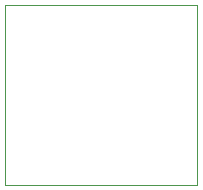
<source format=gm1>
%TF.GenerationSoftware,KiCad,Pcbnew,7.0.9*%
%TF.CreationDate,2023-11-30T13:54:46-08:00*%
%TF.ProjectId,Button-Board,42757474-6f6e-42d4-926f-6172642e6b69,rev?*%
%TF.SameCoordinates,Original*%
%TF.FileFunction,Profile,NP*%
%FSLAX46Y46*%
G04 Gerber Fmt 4.6, Leading zero omitted, Abs format (unit mm)*
G04 Created by KiCad (PCBNEW 7.0.9) date 2023-11-30 13:54:46*
%MOMM*%
%LPD*%
G01*
G04 APERTURE LIST*
%TA.AperFunction,Profile*%
%ADD10C,0.100000*%
%TD*%
G04 APERTURE END LIST*
D10*
X74422000Y-48260000D02*
X90678000Y-48260000D01*
X90678000Y-63500000D01*
X74422000Y-63500000D01*
X74422000Y-48260000D01*
M02*

</source>
